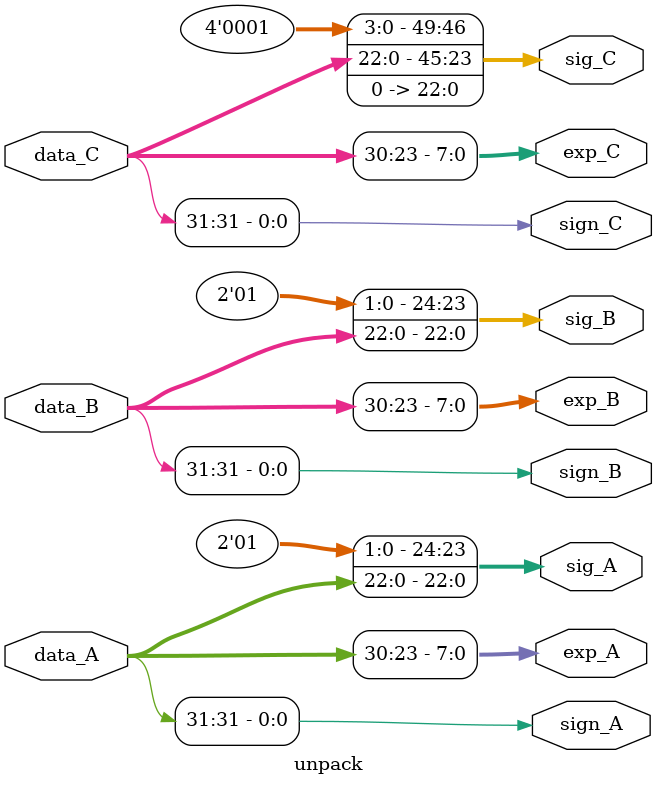
<source format=v>
module unpack (data_A, data_B, data_C, sign_A, sign_B, sign_C, exp_A, exp_B, exp_C, sig_A, sig_B, sig_C);
    
//parameter N = 32;
input [31:0] data_A, data_B, data_C;
output sign_A, sign_B, sign_C;
output [7:0] exp_A, exp_B, exp_C;
output [24:0] sig_A, sig_B;
output [49:0] sig_C;


assign sign_A = data_A[31];
assign sign_B = data_B[31];
assign sign_C = data_C[31];
assign exp_A = data_A[30:23];
assign exp_B = data_B[30:23];
assign exp_C = data_C[30:23];
assign sig_A = {2'b01, data_A[22:0]};  //Q2.23
assign sig_B = {2'b01, data_B[22:0]};

assign sig_C = {4'b0001, data_C[22:0], 23'b0};   //Q4.46


endmodule
</source>
